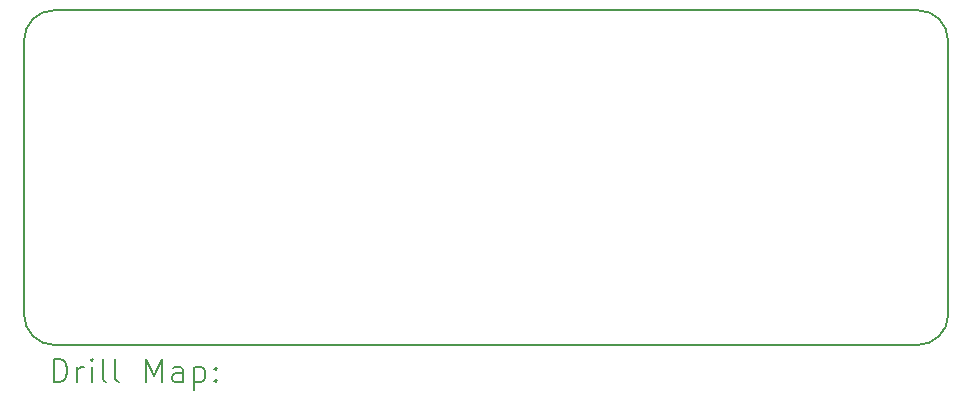
<source format=gbr>
%TF.GenerationSoftware,KiCad,Pcbnew,(6.0.7-1)-1*%
%TF.CreationDate,2023-10-03T00:10:06-07:00*%
%TF.ProjectId,FeatherWing_KC5,46656174-6865-4725-9769-6e675f4b4335,rev?*%
%TF.SameCoordinates,Original*%
%TF.FileFunction,Drillmap*%
%TF.FilePolarity,Positive*%
%FSLAX45Y45*%
G04 Gerber Fmt 4.5, Leading zero omitted, Abs format (unit mm)*
G04 Created by KiCad (PCBNEW (6.0.7-1)-1) date 2023-10-03 00:10:06*
%MOMM*%
%LPD*%
G01*
G04 APERTURE LIST*
%ADD10C,0.150000*%
%ADD11C,0.200000*%
G04 APERTURE END LIST*
D10*
X4556000Y-6795000D02*
X4556000Y-4470000D01*
X4556000Y-6795000D02*
G75*
G03*
X4810000Y-7049000I254000J0D01*
G01*
X12379389Y-4471000D02*
G75*
G03*
X12125000Y-4216000I-254389J610D01*
G01*
X4810000Y-4216000D02*
X12125000Y-4216000D01*
X4810000Y-7049000D02*
X12125395Y-7049000D01*
X12125395Y-7048995D02*
G75*
G03*
X12379395Y-6795000I-5J254005D01*
G01*
X12379395Y-6795000D02*
X12379395Y-4471000D01*
X4810000Y-4216000D02*
G75*
G03*
X4556000Y-4470000I0J-254000D01*
G01*
D11*
X4806119Y-7366976D02*
X4806119Y-7166976D01*
X4853738Y-7166976D01*
X4882310Y-7176500D01*
X4901357Y-7195548D01*
X4910881Y-7214595D01*
X4920405Y-7252690D01*
X4920405Y-7281262D01*
X4910881Y-7319357D01*
X4901357Y-7338405D01*
X4882310Y-7357452D01*
X4853738Y-7366976D01*
X4806119Y-7366976D01*
X5006119Y-7366976D02*
X5006119Y-7233643D01*
X5006119Y-7271738D02*
X5015643Y-7252690D01*
X5025167Y-7243167D01*
X5044214Y-7233643D01*
X5063262Y-7233643D01*
X5129929Y-7366976D02*
X5129929Y-7233643D01*
X5129929Y-7166976D02*
X5120405Y-7176500D01*
X5129929Y-7186024D01*
X5139452Y-7176500D01*
X5129929Y-7166976D01*
X5129929Y-7186024D01*
X5253738Y-7366976D02*
X5234690Y-7357452D01*
X5225167Y-7338405D01*
X5225167Y-7166976D01*
X5358500Y-7366976D02*
X5339452Y-7357452D01*
X5329929Y-7338405D01*
X5329929Y-7166976D01*
X5587071Y-7366976D02*
X5587071Y-7166976D01*
X5653738Y-7309833D01*
X5720405Y-7166976D01*
X5720405Y-7366976D01*
X5901357Y-7366976D02*
X5901357Y-7262214D01*
X5891833Y-7243167D01*
X5872786Y-7233643D01*
X5834690Y-7233643D01*
X5815643Y-7243167D01*
X5901357Y-7357452D02*
X5882309Y-7366976D01*
X5834690Y-7366976D01*
X5815643Y-7357452D01*
X5806119Y-7338405D01*
X5806119Y-7319357D01*
X5815643Y-7300309D01*
X5834690Y-7290786D01*
X5882309Y-7290786D01*
X5901357Y-7281262D01*
X5996595Y-7233643D02*
X5996595Y-7433643D01*
X5996595Y-7243167D02*
X6015643Y-7233643D01*
X6053738Y-7233643D01*
X6072786Y-7243167D01*
X6082309Y-7252690D01*
X6091833Y-7271738D01*
X6091833Y-7328881D01*
X6082309Y-7347928D01*
X6072786Y-7357452D01*
X6053738Y-7366976D01*
X6015643Y-7366976D01*
X5996595Y-7357452D01*
X6177548Y-7347928D02*
X6187071Y-7357452D01*
X6177548Y-7366976D01*
X6168024Y-7357452D01*
X6177548Y-7347928D01*
X6177548Y-7366976D01*
X6177548Y-7243167D02*
X6187071Y-7252690D01*
X6177548Y-7262214D01*
X6168024Y-7252690D01*
X6177548Y-7243167D01*
X6177548Y-7262214D01*
M02*

</source>
